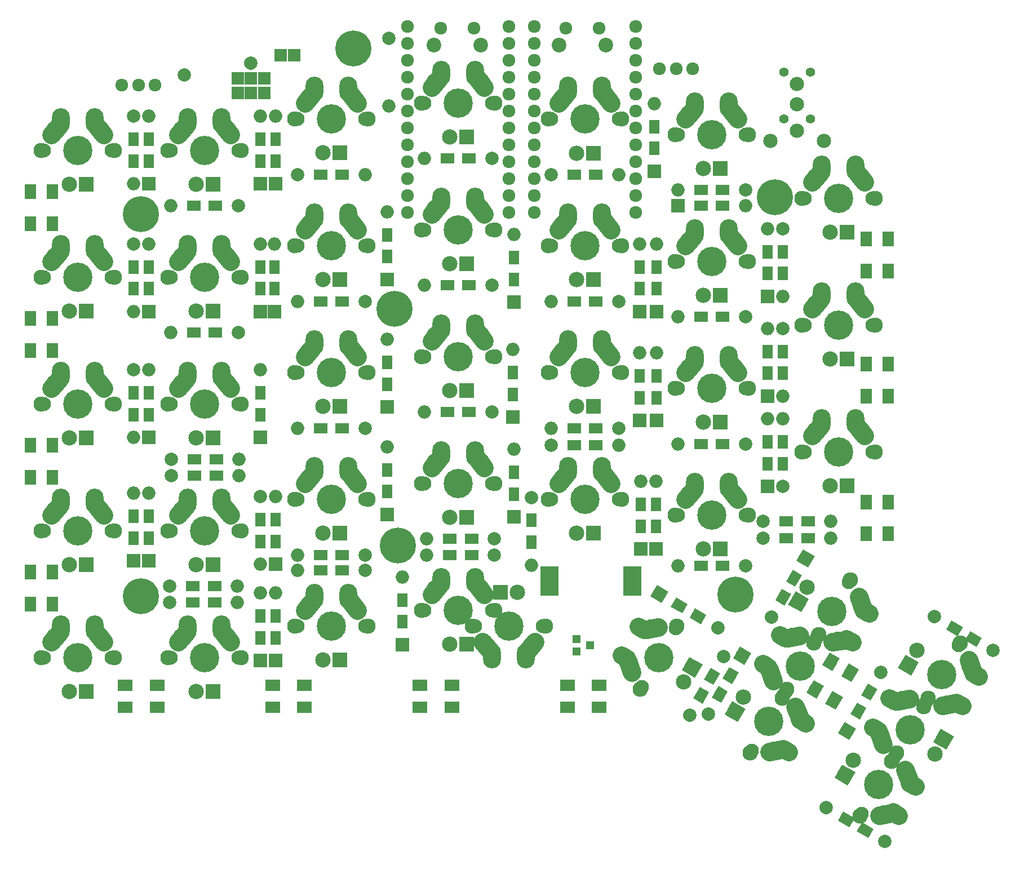
<source format=gts>
G04 #@! TF.GenerationSoftware,KiCad,Pcbnew,(5.0.0)*
G04 #@! TF.CreationDate,2018-08-02T22:48:22+09:00*
G04 #@! TF.ProjectId,ergodash,6572676F646173682E6B696361645F70,2.0*
G04 #@! TF.SameCoordinates,Original*
G04 #@! TF.FileFunction,Soldermask,Top*
G04 #@! TF.FilePolarity,Negative*
%FSLAX46Y46*%
G04 Gerber Fmt 4.6, Leading zero omitted, Abs format (unit mm)*
G04 Created by KiCad (PCBNEW (5.0.0)) date 08/02/18 22:48:22*
%MOMM*%
%LPD*%
G01*
G04 APERTURE LIST*
%ADD10O,2.000000X2.000000*%
%ADD11C,2.000000*%
%ADD12C,2.000000*%
%ADD13C,4.400000*%
%ADD14C,2.300000*%
%ADD15C,2.800000*%
%ADD16C,2.800000*%
%ADD17C,2.700000*%
%ADD18C,2.700000*%
%ADD19C,2.100000*%
%ADD20R,1.600000X2.000000*%
%ADD21O,2.700000X3.737000*%
%ADD22R,2.800000X4.400000*%
%ADD23C,2.200000*%
%ADD24C,1.924000*%
%ADD25C,5.400000*%
%ADD26R,1.924000X1.924000*%
%ADD27C,1.390600*%
%ADD28C,2.152600*%
%ADD29R,2.000000X1.600000*%
%ADD30C,1.600000*%
%ADD31C,0.100000*%
%ADD32C,2.305000*%
%ADD33R,2.305000X2.305000*%
%ADD34R,1.300000X1.200000*%
%ADD35R,2.000000X2.000000*%
%ADD36R,1.800000X2.200000*%
%ADD37R,2.200000X1.800000*%
%ADD38C,1.800000*%
G04 APERTURE END LIST*
D10*
G04 #@! TO.C,R2*
X133731000Y-51308000D03*
D11*
X133731000Y-41148000D03*
G04 #@! TD*
G04 #@! TO.C,R1*
X113002647Y-44844735D03*
D12*
X113002647Y-44844735D02*
X113002647Y-44844735D01*
D11*
X102997000Y-46609000D03*
G04 #@! TD*
D13*
G04 #@! TO.C,SW34*
X174292000Y-134175250D03*
D14*
X171542000Y-138938390D03*
X177042000Y-129412110D03*
D15*
X169947881Y-135547022D03*
D16*
X170255699Y-136392745D02*
X169640063Y-134701299D01*
D15*
X173307930Y-129727247D03*
D16*
X172421603Y-129883530D02*
X174194257Y-129570964D01*
D17*
X171654886Y-129742866D03*
D18*
X171205852Y-129483616D02*
X172103920Y-130002116D01*
D17*
X169134886Y-134107634D03*
D18*
X168685852Y-133848384D02*
X169583920Y-134366884D01*
D19*
X176832000Y-129775841D03*
X171752000Y-138574659D03*
G04 #@! TD*
D20*
G04 #@! TO.C,R13*
X155194000Y-116798000D03*
D11*
X155194000Y-110088000D03*
D10*
X155194000Y-120248000D03*
D20*
X155194000Y-113538000D03*
G04 #@! TD*
D13*
G04 #@! TO.C,SW38*
X151765000Y-129413000D03*
D14*
X157265000Y-129413000D03*
X146265000Y-129413000D03*
D15*
X155125049Y-132489231D03*
D16*
X155703558Y-131799791D02*
X154546540Y-133178671D01*
D15*
X148404951Y-132489231D03*
D16*
X148983460Y-133178671D02*
X147826442Y-131799791D01*
D21*
X149245000Y-133913000D03*
X154285000Y-133913000D03*
D19*
X146685000Y-129413000D03*
X156845000Y-129413000D03*
G04 #@! TD*
D22*
G04 #@! TO.C,M1*
X170284000Y-122682000D03*
X157884000Y-122682000D03*
G04 #@! TD*
D23*
G04 #@! TO.C,SW29*
X166314000Y-42124000D03*
X159314000Y-42124000D03*
D24*
X165314000Y-39624000D03*
X160314000Y-39624000D03*
G04 #@! TD*
D23*
G04 #@! TO.C,SW37*
X140518000Y-42124000D03*
X147518000Y-42124000D03*
D24*
X141518000Y-39624000D03*
X146518000Y-39624000D03*
G04 #@! TD*
D13*
G04 #@! TO.C,SW33*
X144145000Y-127031750D03*
D14*
X149645000Y-127031750D03*
X138645000Y-127031750D03*
D15*
X147505049Y-123955519D03*
D16*
X148083558Y-124644959D02*
X146926540Y-123266079D01*
D15*
X140784951Y-123955519D03*
D16*
X141363460Y-123266079D02*
X140206442Y-124644959D01*
D21*
X141625000Y-122531750D03*
X146665000Y-122531750D03*
D19*
X139065000Y-127031750D03*
X149225000Y-127031750D03*
G04 #@! TD*
D13*
G04 #@! TO.C,SW12*
X125095000Y-110363000D03*
D14*
X119595000Y-110363000D03*
X130595000Y-110363000D03*
D15*
X121734951Y-107286769D03*
D16*
X121156442Y-107976209D02*
X122313460Y-106597329D01*
D15*
X128455049Y-107286769D03*
D16*
X127876540Y-106597329D02*
X129033558Y-107976209D01*
D21*
X127615000Y-105863000D03*
X122575000Y-105863000D03*
D19*
X130175000Y-110363000D03*
X120015000Y-110363000D03*
G04 #@! TD*
D13*
G04 #@! TO.C,SW11*
X125095000Y-91313000D03*
D14*
X119595000Y-91313000D03*
X130595000Y-91313000D03*
D15*
X121734951Y-88236769D03*
D16*
X121156442Y-88926209D02*
X122313460Y-87547329D01*
D15*
X128455049Y-88236769D03*
D16*
X127876540Y-87547329D02*
X129033558Y-88926209D01*
D21*
X127615000Y-86813000D03*
X122575000Y-86813000D03*
D19*
X130175000Y-91313000D03*
X120015000Y-91313000D03*
G04 #@! TD*
D13*
G04 #@! TO.C,SW4*
X86995000Y-115125500D03*
D14*
X92495000Y-115125500D03*
X81495000Y-115125500D03*
D15*
X90355049Y-112049269D03*
D16*
X90933558Y-112738709D02*
X89776540Y-111359829D01*
D15*
X83634951Y-112049269D03*
D16*
X84213460Y-111359829D02*
X83056442Y-112738709D01*
D21*
X84475000Y-110625500D03*
X89515000Y-110625500D03*
D19*
X81915000Y-115125500D03*
X92075000Y-115125500D03*
G04 #@! TD*
D13*
G04 #@! TO.C,SW1*
X86995000Y-57975500D03*
D14*
X92495000Y-57975500D03*
X81495000Y-57975500D03*
D15*
X90355049Y-54899269D03*
D16*
X90933558Y-55588709D02*
X89776540Y-54209829D01*
D15*
X83634951Y-54899269D03*
D16*
X84213460Y-54209829D02*
X83056442Y-55588709D01*
D21*
X84475000Y-53475500D03*
X89515000Y-53475500D03*
D19*
X81915000Y-57975500D03*
X92075000Y-57975500D03*
G04 #@! TD*
D13*
G04 #@! TO.C,SW21*
X182245000Y-55594250D03*
D14*
X176745000Y-55594250D03*
X187745000Y-55594250D03*
D15*
X178884951Y-52518019D03*
D16*
X178306442Y-53207459D02*
X179463460Y-51828579D01*
D15*
X185605049Y-52518019D03*
D16*
X185026540Y-51828579D02*
X186183558Y-53207459D01*
D21*
X184765000Y-51094250D03*
X179725000Y-51094250D03*
D19*
X187325000Y-55594250D03*
X177165000Y-55594250D03*
G04 #@! TD*
D24*
G04 #@! TO.C,U6*
X170815000Y-39370000D03*
X170815000Y-41910000D03*
X170815000Y-44450000D03*
X170815000Y-46990000D03*
X170815000Y-49530000D03*
X170815000Y-52070000D03*
X170815000Y-54610000D03*
X170815000Y-57150000D03*
X170815000Y-59690000D03*
X170815000Y-62230000D03*
X170815000Y-64770000D03*
X170815000Y-67310000D03*
X155575000Y-67310000D03*
X155575000Y-64770000D03*
X155575000Y-62230000D03*
X155575000Y-59690000D03*
X155575000Y-57150000D03*
X155575000Y-54610000D03*
X155575000Y-52070000D03*
X155575000Y-49530000D03*
X155575000Y-46990000D03*
X155575000Y-44450000D03*
X155575000Y-41910000D03*
X155575000Y-39370000D03*
G04 #@! TD*
D25*
G04 #@! TO.C,U1*
X134620000Y-81788000D03*
G04 #@! TD*
G04 #@! TO.C,U2*
X191770000Y-65024000D03*
G04 #@! TD*
G04 #@! TO.C,U4*
X185801000Y-124714000D03*
G04 #@! TD*
G04 #@! TO.C,U5*
X96520000Y-67564000D03*
G04 #@! TD*
G04 #@! TO.C,U7*
X96520000Y-124968000D03*
G04 #@! TD*
D26*
G04 #@! TO.C,W1*
X119491000Y-43688000D03*
X117491000Y-43688000D03*
G04 #@! TD*
D27*
G04 #@! TO.C,J1*
X197072000Y-46204000D03*
X193072000Y-46204000D03*
D28*
X195072000Y-51004000D03*
X191072000Y-56504000D03*
X195072000Y-55004000D03*
X199072000Y-56504000D03*
X195072000Y-48004000D03*
D27*
X193072000Y-53204000D03*
X197072000Y-53204000D03*
G04 #@! TD*
D24*
G04 #@! TO.C,J2*
X96139000Y-48133000D03*
X93639000Y-48133000D03*
X98639000Y-48133000D03*
G04 #@! TD*
G04 #@! TO.C,J3*
X176911000Y-45720000D03*
X174411000Y-45720000D03*
X179411000Y-45720000D03*
G04 #@! TD*
D25*
G04 #@! TO.C,U8*
X135128000Y-117348000D03*
G04 #@! TD*
D20*
G04 #@! TO.C,R3*
X95377000Y-59542000D03*
D11*
X95377000Y-52832000D03*
D10*
X95377000Y-62992000D03*
D20*
X95377000Y-56282000D03*
G04 #@! TD*
D29*
G04 #@! TO.C,R4*
X104415000Y-66294000D03*
D11*
X111125000Y-66294000D03*
D10*
X100965000Y-66294000D03*
D29*
X107675000Y-66294000D03*
G04 #@! TD*
G04 #@! TO.C,R5*
X126725000Y-61595000D03*
D11*
X120015000Y-61595000D03*
D10*
X130175000Y-61595000D03*
D29*
X123465000Y-61595000D03*
G04 #@! TD*
G04 #@! TO.C,R6*
X142515000Y-59182000D03*
D11*
X149225000Y-59182000D03*
D10*
X139065000Y-59182000D03*
D29*
X145775000Y-59182000D03*
G04 #@! TD*
G04 #@! TO.C,R7*
X164825000Y-61595000D03*
D11*
X158115000Y-61595000D03*
D10*
X168275000Y-61595000D03*
D29*
X161565000Y-61595000D03*
G04 #@! TD*
G04 #@! TO.C,R8*
X180615000Y-63881000D03*
D11*
X187325000Y-63881000D03*
D10*
X177165000Y-63881000D03*
D29*
X183875000Y-63881000D03*
G04 #@! TD*
D20*
G04 #@! TO.C,R9*
X192913000Y-76433000D03*
D11*
X192913000Y-69723000D03*
D10*
X192913000Y-79883000D03*
D20*
X192913000Y-73173000D03*
G04 #@! TD*
G04 #@! TO.C,R10*
X95377000Y-78719000D03*
D11*
X95377000Y-72009000D03*
D10*
X95377000Y-82169000D03*
D20*
X95377000Y-75459000D03*
G04 #@! TD*
D29*
G04 #@! TO.C,R11*
X104415000Y-85344000D03*
D11*
X111125000Y-85344000D03*
D10*
X100965000Y-85344000D03*
D29*
X107675000Y-85344000D03*
G04 #@! TD*
G04 #@! TO.C,R12*
X123465000Y-80645000D03*
D11*
X130175000Y-80645000D03*
D10*
X120015000Y-80645000D03*
D29*
X126725000Y-80645000D03*
G04 #@! TD*
G04 #@! TO.C,R15*
X142515000Y-78232000D03*
D11*
X149225000Y-78232000D03*
D10*
X139065000Y-78232000D03*
D29*
X145775000Y-78232000D03*
G04 #@! TD*
G04 #@! TO.C,R16*
X161565000Y-80645000D03*
D11*
X168275000Y-80645000D03*
D10*
X158115000Y-80645000D03*
D29*
X164825000Y-80645000D03*
G04 #@! TD*
G04 #@! TO.C,R17*
X180615000Y-82931000D03*
D11*
X187325000Y-82931000D03*
D10*
X177165000Y-82931000D03*
D29*
X183875000Y-82931000D03*
G04 #@! TD*
D20*
G04 #@! TO.C,R18*
X192913000Y-91419000D03*
D11*
X192913000Y-84709000D03*
D10*
X192913000Y-94869000D03*
D20*
X192913000Y-88159000D03*
G04 #@! TD*
G04 #@! TO.C,R19*
X95377000Y-97642000D03*
D11*
X95377000Y-90932000D03*
D10*
X95377000Y-101092000D03*
D20*
X95377000Y-94382000D03*
G04 #@! TD*
D29*
G04 #@! TO.C,R20*
X107802000Y-104394000D03*
D11*
X101092000Y-104394000D03*
D10*
X111252000Y-104394000D03*
D29*
X104542000Y-104394000D03*
G04 #@! TD*
G04 #@! TO.C,R21*
X123465000Y-99695000D03*
D11*
X130175000Y-99695000D03*
D10*
X120015000Y-99695000D03*
D29*
X126725000Y-99695000D03*
G04 #@! TD*
G04 #@! TO.C,R22*
X142515000Y-97282000D03*
D11*
X149225000Y-97282000D03*
D10*
X139065000Y-97282000D03*
D29*
X145775000Y-97282000D03*
G04 #@! TD*
G04 #@! TO.C,R23*
X161565000Y-99695000D03*
D11*
X168275000Y-99695000D03*
D10*
X158115000Y-99695000D03*
D29*
X164825000Y-99695000D03*
G04 #@! TD*
G04 #@! TO.C,R24*
X180615000Y-102108000D03*
D11*
X187325000Y-102108000D03*
D10*
X177165000Y-102108000D03*
D29*
X183875000Y-102108000D03*
G04 #@! TD*
D20*
G04 #@! TO.C,R25*
X192913000Y-101748000D03*
D11*
X192913000Y-108458000D03*
D10*
X192913000Y-98298000D03*
D20*
X192913000Y-105008000D03*
G04 #@! TD*
D29*
G04 #@! TO.C,R26*
X107802000Y-106807000D03*
D11*
X101092000Y-106807000D03*
D10*
X111252000Y-106807000D03*
D29*
X104542000Y-106807000D03*
G04 #@! TD*
D20*
G04 #@! TO.C,R27*
X114427000Y-116692000D03*
D11*
X114427000Y-109982000D03*
D10*
X114427000Y-120142000D03*
D20*
X114427000Y-113432000D03*
G04 #@! TD*
D29*
G04 #@! TO.C,R28*
X123465000Y-118745000D03*
D11*
X130175000Y-118745000D03*
D10*
X120015000Y-118745000D03*
D29*
X126725000Y-118745000D03*
G04 #@! TD*
G04 #@! TO.C,R29*
X142896000Y-116332000D03*
D11*
X149606000Y-116332000D03*
D10*
X139446000Y-116332000D03*
D29*
X146156000Y-116332000D03*
G04 #@! TD*
G04 #@! TO.C,R30*
X164825000Y-102235000D03*
D11*
X158115000Y-102235000D03*
D10*
X168275000Y-102235000D03*
D29*
X161565000Y-102235000D03*
G04 #@! TD*
G04 #@! TO.C,R31*
X180615000Y-120396000D03*
D11*
X187325000Y-120396000D03*
D10*
X177165000Y-120396000D03*
D29*
X183875000Y-120396000D03*
G04 #@! TD*
D30*
G04 #@! TO.C,R32*
X180668000Y-139796030D03*
D31*
G36*
X180475180Y-138530005D02*
X181860820Y-139330005D01*
X180860820Y-141062055D01*
X179475180Y-140262055D01*
X180475180Y-138530005D01*
X180475180Y-138530005D01*
G37*
D11*
X184023000Y-133985000D03*
X178943000Y-142783818D03*
D12*
X178943000Y-142783818D02*
X178943000Y-142783818D01*
D30*
X182298000Y-136972788D03*
D31*
G36*
X182105180Y-135706763D02*
X183490820Y-136506763D01*
X182490820Y-138238813D01*
X181105180Y-137438813D01*
X182105180Y-135706763D01*
X182105180Y-135706763D01*
G37*
G04 #@! TD*
D29*
G04 #@! TO.C,R33*
X107548000Y-123444000D03*
D11*
X100838000Y-123444000D03*
D10*
X110998000Y-123444000D03*
D29*
X104288000Y-123444000D03*
G04 #@! TD*
G04 #@! TO.C,R34*
X107548000Y-125857000D03*
D11*
X100838000Y-125857000D03*
D10*
X110998000Y-125857000D03*
D29*
X104288000Y-125857000D03*
G04 #@! TD*
G04 #@! TO.C,R35*
X123465000Y-121031000D03*
D11*
X130175000Y-121031000D03*
D10*
X120015000Y-121031000D03*
D29*
X126725000Y-121031000D03*
G04 #@! TD*
G04 #@! TO.C,R36*
X142896000Y-118745000D03*
D11*
X149606000Y-118745000D03*
D10*
X139446000Y-118745000D03*
D29*
X146156000Y-118745000D03*
G04 #@! TD*
D25*
G04 #@! TO.C,U9*
X128397000Y-42672000D03*
G04 #@! TD*
D32*
G04 #@! TO.C,D35*
X85725000Y-63055500D03*
D33*
X88265000Y-63055500D03*
G04 #@! TD*
D32*
G04 #@! TO.C,D36*
X104775000Y-63055500D03*
D33*
X107315000Y-63055500D03*
G04 #@! TD*
D32*
G04 #@! TO.C,D37*
X123825000Y-58293000D03*
D33*
X126365000Y-58293000D03*
G04 #@! TD*
D32*
G04 #@! TO.C,D38*
X142875000Y-55911750D03*
D33*
X145415000Y-55911750D03*
G04 #@! TD*
D32*
G04 #@! TO.C,D39*
X161925000Y-58420000D03*
D33*
X164465000Y-58420000D03*
G04 #@! TD*
D32*
G04 #@! TO.C,D40*
X180975000Y-60674250D03*
D33*
X183515000Y-60674250D03*
G04 #@! TD*
D32*
G04 #@! TO.C,D41*
X200025000Y-70199250D03*
D33*
X202565000Y-70199250D03*
G04 #@! TD*
D32*
G04 #@! TO.C,D42*
X85725000Y-82105500D03*
D33*
X88265000Y-82105500D03*
G04 #@! TD*
D32*
G04 #@! TO.C,D43*
X104775000Y-82105500D03*
D33*
X107315000Y-82105500D03*
G04 #@! TD*
D32*
G04 #@! TO.C,D44*
X123825000Y-77343000D03*
D33*
X126365000Y-77343000D03*
G04 #@! TD*
D32*
G04 #@! TO.C,D45*
X142875000Y-74961750D03*
D33*
X145415000Y-74961750D03*
G04 #@! TD*
D32*
G04 #@! TO.C,D46*
X161925000Y-77343000D03*
D33*
X164465000Y-77343000D03*
G04 #@! TD*
D32*
G04 #@! TO.C,D47*
X180975000Y-79724250D03*
D33*
X183515000Y-79724250D03*
G04 #@! TD*
D32*
G04 #@! TO.C,D48*
X200025000Y-89249250D03*
D33*
X202565000Y-89249250D03*
G04 #@! TD*
D32*
G04 #@! TO.C,D49*
X85725000Y-101155500D03*
D33*
X88265000Y-101155500D03*
G04 #@! TD*
D32*
G04 #@! TO.C,D50*
X104775000Y-101155500D03*
D33*
X107315000Y-101155500D03*
G04 #@! TD*
D32*
G04 #@! TO.C,D51*
X123825000Y-96393000D03*
D33*
X126365000Y-96393000D03*
G04 #@! TD*
D32*
G04 #@! TO.C,D52*
X142875000Y-94011750D03*
D33*
X145415000Y-94011750D03*
G04 #@! TD*
D32*
G04 #@! TO.C,D53*
X161925000Y-96393000D03*
D33*
X164465000Y-96393000D03*
G04 #@! TD*
D32*
G04 #@! TO.C,D54*
X180975000Y-98774250D03*
D33*
X183515000Y-98774250D03*
G04 #@! TD*
D32*
G04 #@! TO.C,D55*
X200025000Y-108299250D03*
D33*
X202565000Y-108299250D03*
G04 #@! TD*
D32*
G04 #@! TO.C,D56*
X85725000Y-120205500D03*
D33*
X88265000Y-120205500D03*
G04 #@! TD*
D32*
G04 #@! TO.C,D57*
X104775000Y-120205500D03*
D33*
X107315000Y-120205500D03*
G04 #@! TD*
D32*
G04 #@! TO.C,D58*
X123825000Y-115443000D03*
D33*
X126365000Y-115443000D03*
G04 #@! TD*
D32*
G04 #@! TO.C,D59*
X142875000Y-113061750D03*
D33*
X145415000Y-113061750D03*
G04 #@! TD*
D32*
G04 #@! TO.C,D60*
X161925000Y-115443000D03*
D33*
X164465000Y-115443000D03*
G04 #@! TD*
D32*
G04 #@! TO.C,D61*
X180975000Y-117824250D03*
D33*
X183515000Y-117824250D03*
G04 #@! TD*
D32*
G04 #@! TO.C,D62*
X178056409Y-137815102D03*
X179326409Y-135615398D03*
D31*
G36*
X179748253Y-137189742D02*
X177752065Y-136037242D01*
X178904565Y-134041054D01*
X180900753Y-135193554D01*
X179748253Y-137189742D01*
X179748253Y-137189742D01*
G37*
G04 #@! TD*
D32*
G04 #@! TO.C,D63*
X85725000Y-139255500D03*
D33*
X88265000Y-139255500D03*
G04 #@! TD*
D32*
G04 #@! TO.C,D64*
X104775000Y-139255500D03*
D33*
X107315000Y-139255500D03*
G04 #@! TD*
D32*
G04 #@! TO.C,D65*
X123825000Y-134493000D03*
D33*
X126365000Y-134493000D03*
G04 #@! TD*
D32*
G04 #@! TO.C,D66*
X142875000Y-132111750D03*
D33*
X145415000Y-132111750D03*
G04 #@! TD*
D24*
G04 #@! TO.C,U3*
X136525000Y-39370000D03*
X136525000Y-41910000D03*
X136525000Y-44450000D03*
X136525000Y-46990000D03*
X136525000Y-49530000D03*
X136525000Y-52070000D03*
X136525000Y-54610000D03*
X136525000Y-57150000D03*
X136525000Y-59690000D03*
X136525000Y-62230000D03*
X136525000Y-64770000D03*
X136525000Y-67310000D03*
X151765000Y-67310000D03*
X151765000Y-64770000D03*
X151765000Y-62230000D03*
X151765000Y-59690000D03*
X151765000Y-57150000D03*
X151765000Y-54610000D03*
X151765000Y-52070000D03*
X151765000Y-49530000D03*
X151765000Y-46990000D03*
X151765000Y-44450000D03*
X151765000Y-41910000D03*
X151765000Y-39370000D03*
G04 #@! TD*
D32*
G04 #@! TO.C,D67*
X153035000Y-124333000D03*
D33*
X150495000Y-124333000D03*
G04 #@! TD*
D30*
G04 #@! TO.C,D68*
X205920000Y-139349970D03*
D31*
G36*
X206112820Y-140615995D02*
X204727180Y-139815995D01*
X205727180Y-138083945D01*
X207112820Y-138883945D01*
X206112820Y-140615995D01*
X206112820Y-140615995D01*
G37*
D11*
X202565000Y-145161000D03*
D31*
G36*
X202931025Y-146527025D02*
X201198975Y-145527025D01*
X202198975Y-143794975D01*
X203931025Y-144794975D01*
X202931025Y-146527025D01*
X202931025Y-146527025D01*
G37*
D11*
X207645000Y-136362182D03*
D12*
X207645000Y-136362182D02*
X207645000Y-136362182D01*
D30*
X204290000Y-142173212D03*
D31*
G36*
X204482820Y-143439237D02*
X203097180Y-142639237D01*
X204097180Y-140907187D01*
X205482820Y-141707187D01*
X204482820Y-143439237D01*
X204482820Y-143439237D01*
G37*
G04 #@! TD*
D34*
G04 #@! TO.C,Q1*
X161957000Y-131323000D03*
X161957000Y-133223000D03*
X163957000Y-132273000D03*
G04 #@! TD*
D13*
G04 #@! TO.C,SW2*
X86995000Y-77025500D03*
D14*
X92495000Y-77025500D03*
X81495000Y-77025500D03*
D15*
X90355049Y-73949269D03*
D16*
X90933558Y-74638709D02*
X89776540Y-73259829D01*
D15*
X83634951Y-73949269D03*
D16*
X84213460Y-73259829D02*
X83056442Y-74638709D01*
D21*
X84475000Y-72525500D03*
X89515000Y-72525500D03*
D19*
X81915000Y-77025500D03*
X92075000Y-77025500D03*
G04 #@! TD*
D13*
G04 #@! TO.C,SW3*
X86995000Y-96075500D03*
D14*
X92495000Y-96075500D03*
X81495000Y-96075500D03*
D15*
X90355049Y-92999269D03*
D16*
X90933558Y-93688709D02*
X89776540Y-92309829D01*
D15*
X83634951Y-92999269D03*
D16*
X84213460Y-92309829D02*
X83056442Y-93688709D01*
D21*
X84475000Y-91575500D03*
X89515000Y-91575500D03*
D19*
X81915000Y-96075500D03*
X92075000Y-96075500D03*
G04 #@! TD*
D13*
G04 #@! TO.C,SW5*
X106045000Y-57975500D03*
D14*
X100545000Y-57975500D03*
X111545000Y-57975500D03*
D15*
X102684951Y-54899269D03*
D16*
X102106442Y-55588709D02*
X103263460Y-54209829D01*
D15*
X109405049Y-54899269D03*
D16*
X108826540Y-54209829D02*
X109983558Y-55588709D01*
D21*
X108565000Y-53475500D03*
X103525000Y-53475500D03*
D19*
X111125000Y-57975500D03*
X100965000Y-57975500D03*
G04 #@! TD*
D13*
G04 #@! TO.C,SW6*
X106045000Y-77025500D03*
D14*
X100545000Y-77025500D03*
X111545000Y-77025500D03*
D15*
X102684951Y-73949269D03*
D16*
X102106442Y-74638709D02*
X103263460Y-73259829D01*
D15*
X109405049Y-73949269D03*
D16*
X108826540Y-73259829D02*
X109983558Y-74638709D01*
D21*
X108565000Y-72525500D03*
X103525000Y-72525500D03*
D19*
X111125000Y-77025500D03*
X100965000Y-77025500D03*
G04 #@! TD*
D13*
G04 #@! TO.C,SW7*
X106045000Y-96075500D03*
D14*
X100545000Y-96075500D03*
X111545000Y-96075500D03*
D15*
X102684951Y-92999269D03*
D16*
X102106442Y-93688709D02*
X103263460Y-92309829D01*
D15*
X109405049Y-92999269D03*
D16*
X108826540Y-92309829D02*
X109983558Y-93688709D01*
D21*
X108565000Y-91575500D03*
X103525000Y-91575500D03*
D19*
X111125000Y-96075500D03*
X100965000Y-96075500D03*
G04 #@! TD*
D13*
G04 #@! TO.C,SW8*
X106045000Y-115125500D03*
D14*
X100545000Y-115125500D03*
X111545000Y-115125500D03*
D15*
X102684951Y-112049269D03*
D16*
X102106442Y-112738709D02*
X103263460Y-111359829D01*
D15*
X109405049Y-112049269D03*
D16*
X108826540Y-111359829D02*
X109983558Y-112738709D01*
D21*
X108565000Y-110625500D03*
X103525000Y-110625500D03*
D19*
X111125000Y-115125500D03*
X100965000Y-115125500D03*
G04 #@! TD*
D13*
G04 #@! TO.C,SW9*
X125095000Y-53213000D03*
D14*
X130595000Y-53213000D03*
X119595000Y-53213000D03*
D15*
X128455049Y-50136769D03*
D16*
X129033558Y-50826209D02*
X127876540Y-49447329D01*
D15*
X121734951Y-50136769D03*
D16*
X122313460Y-49447329D02*
X121156442Y-50826209D01*
D21*
X122575000Y-48713000D03*
X127615000Y-48713000D03*
D19*
X120015000Y-53213000D03*
X130175000Y-53213000D03*
G04 #@! TD*
D13*
G04 #@! TO.C,SW10*
X125095000Y-72263000D03*
D14*
X130595000Y-72263000D03*
X119595000Y-72263000D03*
D15*
X128455049Y-69186769D03*
D16*
X129033558Y-69876209D02*
X127876540Y-68497329D01*
D15*
X121734951Y-69186769D03*
D16*
X122313460Y-68497329D02*
X121156442Y-69876209D01*
D21*
X122575000Y-67763000D03*
X127615000Y-67763000D03*
D19*
X120015000Y-72263000D03*
X130175000Y-72263000D03*
G04 #@! TD*
D13*
G04 #@! TO.C,SW13*
X144145000Y-50831750D03*
D14*
X138645000Y-50831750D03*
X149645000Y-50831750D03*
D15*
X140784951Y-47755519D03*
D16*
X140206442Y-48444959D02*
X141363460Y-47066079D01*
D15*
X147505049Y-47755519D03*
D16*
X146926540Y-47066079D02*
X148083558Y-48444959D01*
D21*
X146665000Y-46331750D03*
X141625000Y-46331750D03*
D19*
X149225000Y-50831750D03*
X139065000Y-50831750D03*
G04 #@! TD*
D13*
G04 #@! TO.C,SW14*
X144145000Y-69881750D03*
D14*
X138645000Y-69881750D03*
X149645000Y-69881750D03*
D15*
X140784951Y-66805519D03*
D16*
X140206442Y-67494959D02*
X141363460Y-66116079D01*
D15*
X147505049Y-66805519D03*
D16*
X146926540Y-66116079D02*
X148083558Y-67494959D01*
D21*
X146665000Y-65381750D03*
X141625000Y-65381750D03*
D19*
X149225000Y-69881750D03*
X139065000Y-69881750D03*
G04 #@! TD*
D13*
G04 #@! TO.C,SW15*
X144145000Y-88931750D03*
D14*
X138645000Y-88931750D03*
X149645000Y-88931750D03*
D15*
X140784951Y-85855519D03*
D16*
X140206442Y-86544959D02*
X141363460Y-85166079D01*
D15*
X147505049Y-85855519D03*
D16*
X146926540Y-85166079D02*
X148083558Y-86544959D01*
D21*
X146665000Y-84431750D03*
X141625000Y-84431750D03*
D19*
X149225000Y-88931750D03*
X139065000Y-88931750D03*
G04 #@! TD*
D13*
G04 #@! TO.C,SW16*
X144145000Y-107981750D03*
D14*
X138645000Y-107981750D03*
X149645000Y-107981750D03*
D15*
X140784951Y-104905519D03*
D16*
X140206442Y-105594959D02*
X141363460Y-104216079D01*
D15*
X147505049Y-104905519D03*
D16*
X146926540Y-104216079D02*
X148083558Y-105594959D01*
D21*
X146665000Y-103481750D03*
X141625000Y-103481750D03*
D19*
X149225000Y-107981750D03*
X139065000Y-107981750D03*
G04 #@! TD*
D13*
G04 #@! TO.C,SW17*
X163195000Y-53213000D03*
D14*
X157695000Y-53213000D03*
X168695000Y-53213000D03*
D15*
X159834951Y-50136769D03*
D16*
X159256442Y-50826209D02*
X160413460Y-49447329D01*
D15*
X166555049Y-50136769D03*
D16*
X165976540Y-49447329D02*
X167133558Y-50826209D01*
D21*
X165715000Y-48713000D03*
X160675000Y-48713000D03*
D19*
X168275000Y-53213000D03*
X158115000Y-53213000D03*
G04 #@! TD*
D13*
G04 #@! TO.C,SW18*
X163195000Y-72263000D03*
D14*
X157695000Y-72263000D03*
X168695000Y-72263000D03*
D15*
X159834951Y-69186769D03*
D16*
X159256442Y-69876209D02*
X160413460Y-68497329D01*
D15*
X166555049Y-69186769D03*
D16*
X165976540Y-68497329D02*
X167133558Y-69876209D01*
D21*
X165715000Y-67763000D03*
X160675000Y-67763000D03*
D19*
X168275000Y-72263000D03*
X158115000Y-72263000D03*
G04 #@! TD*
D13*
G04 #@! TO.C,SW19*
X163195000Y-91313000D03*
D14*
X157695000Y-91313000D03*
X168695000Y-91313000D03*
D15*
X159834951Y-88236769D03*
D16*
X159256442Y-88926209D02*
X160413460Y-87547329D01*
D15*
X166555049Y-88236769D03*
D16*
X165976540Y-87547329D02*
X167133558Y-88926209D01*
D21*
X165715000Y-86813000D03*
X160675000Y-86813000D03*
D19*
X168275000Y-91313000D03*
X158115000Y-91313000D03*
G04 #@! TD*
D13*
G04 #@! TO.C,SW20*
X163195000Y-110363000D03*
D14*
X157695000Y-110363000D03*
X168695000Y-110363000D03*
D15*
X159834951Y-107286769D03*
D16*
X159256442Y-107976209D02*
X160413460Y-106597329D01*
D15*
X166555049Y-107286769D03*
D16*
X165976540Y-106597329D02*
X167133558Y-107976209D01*
D21*
X165715000Y-105863000D03*
X160675000Y-105863000D03*
D19*
X168275000Y-110363000D03*
X158115000Y-110363000D03*
G04 #@! TD*
D13*
G04 #@! TO.C,SW22*
X182245000Y-74644250D03*
D14*
X187745000Y-74644250D03*
X176745000Y-74644250D03*
D15*
X185605049Y-71568019D03*
D16*
X186183558Y-72257459D02*
X185026540Y-70878579D01*
D15*
X178884951Y-71568019D03*
D16*
X179463460Y-70878579D02*
X178306442Y-72257459D01*
D21*
X179725000Y-70144250D03*
X184765000Y-70144250D03*
D19*
X177165000Y-74644250D03*
X187325000Y-74644250D03*
G04 #@! TD*
D13*
G04 #@! TO.C,SW23*
X182245000Y-93694250D03*
D14*
X187745000Y-93694250D03*
X176745000Y-93694250D03*
D15*
X185605049Y-90618019D03*
D16*
X186183558Y-91307459D02*
X185026540Y-89928579D01*
D15*
X178884951Y-90618019D03*
D16*
X179463460Y-89928579D02*
X178306442Y-91307459D01*
D21*
X179725000Y-89194250D03*
X184765000Y-89194250D03*
D19*
X177165000Y-93694250D03*
X187325000Y-93694250D03*
G04 #@! TD*
D13*
G04 #@! TO.C,SW24*
X182245000Y-112744250D03*
D14*
X187745000Y-112744250D03*
X176745000Y-112744250D03*
D15*
X185605049Y-109668019D03*
D16*
X186183558Y-110357459D02*
X185026540Y-108978579D01*
D15*
X178884951Y-109668019D03*
D16*
X179463460Y-108978579D02*
X178306442Y-110357459D01*
D21*
X179725000Y-108244250D03*
X184765000Y-108244250D03*
D19*
X177165000Y-112744250D03*
X187325000Y-112744250D03*
G04 #@! TD*
D13*
G04 #@! TO.C,SW25*
X201295000Y-65119250D03*
D14*
X195795000Y-65119250D03*
X206795000Y-65119250D03*
D15*
X197934951Y-62043019D03*
D16*
X197356442Y-62732459D02*
X198513460Y-61353579D01*
D15*
X204655049Y-62043019D03*
D16*
X204076540Y-61353579D02*
X205233558Y-62732459D01*
D21*
X203815000Y-60619250D03*
X198775000Y-60619250D03*
D19*
X206375000Y-65119250D03*
X196215000Y-65119250D03*
G04 #@! TD*
D13*
G04 #@! TO.C,SW26*
X201295000Y-84169250D03*
D14*
X195795000Y-84169250D03*
X206795000Y-84169250D03*
D15*
X197934951Y-81093019D03*
D16*
X197356442Y-81782459D02*
X198513460Y-80403579D01*
D15*
X204655049Y-81093019D03*
D16*
X204076540Y-80403579D02*
X205233558Y-81782459D01*
D21*
X203815000Y-79669250D03*
X198775000Y-79669250D03*
D19*
X206375000Y-84169250D03*
X196215000Y-84169250D03*
G04 #@! TD*
D13*
G04 #@! TO.C,SW27*
X201295000Y-103219250D03*
D14*
X195795000Y-103219250D03*
X206795000Y-103219250D03*
D15*
X197934951Y-100143019D03*
D16*
X197356442Y-100832459D02*
X198513460Y-99453579D01*
D15*
X204655049Y-100143019D03*
D16*
X204076540Y-99453579D02*
X205233558Y-100832459D01*
D21*
X203815000Y-98719250D03*
X198775000Y-98719250D03*
D19*
X206375000Y-103219250D03*
X196215000Y-103219250D03*
G04 #@! TD*
D13*
G04 #@! TO.C,SW28*
X200315000Y-127202300D03*
D14*
X203065000Y-122439160D03*
X197565000Y-131965440D03*
D15*
X204659119Y-125830528D03*
D16*
X204351301Y-124984805D02*
X204966937Y-126676251D01*
D15*
X201299070Y-131650303D03*
D16*
X202185397Y-131494020D02*
X200412743Y-131806586D01*
D17*
X202952114Y-131634684D03*
D18*
X203401148Y-131893934D02*
X202503080Y-131375434D01*
D17*
X205472114Y-127269916D03*
D18*
X205921148Y-127529166D02*
X205023080Y-127010666D01*
D19*
X197775000Y-131601709D03*
X202855000Y-122802891D03*
G04 #@! TD*
D13*
G04 #@! TO.C,SW30*
X86995000Y-134175500D03*
D14*
X92495000Y-134175500D03*
X81495000Y-134175500D03*
D15*
X90355049Y-131099269D03*
D16*
X90933558Y-131788709D02*
X89776540Y-130409829D01*
D15*
X83634951Y-131099269D03*
D16*
X84213460Y-130409829D02*
X83056442Y-131788709D01*
D21*
X84475000Y-129675500D03*
X89515000Y-129675500D03*
D19*
X81915000Y-134175500D03*
X92075000Y-134175500D03*
G04 #@! TD*
D13*
G04 #@! TO.C,SW31*
X106045000Y-134175500D03*
D14*
X100545000Y-134175500D03*
X111545000Y-134175500D03*
D15*
X102684951Y-131099269D03*
D16*
X102106442Y-131788709D02*
X103263460Y-130409829D01*
D15*
X109405049Y-131099269D03*
D16*
X108826540Y-130409829D02*
X109983558Y-131788709D01*
D21*
X108565000Y-129675500D03*
X103525000Y-129675500D03*
D19*
X111125000Y-134175500D03*
X100965000Y-134175500D03*
G04 #@! TD*
D13*
G04 #@! TO.C,SW32*
X125095000Y-129413000D03*
D14*
X130595000Y-129413000D03*
X119595000Y-129413000D03*
D15*
X128455049Y-126336769D03*
D16*
X129033558Y-127026209D02*
X127876540Y-125647329D01*
D15*
X121734951Y-126336769D03*
D16*
X122313460Y-125647329D02*
X121156442Y-127026209D01*
D21*
X122575000Y-124913000D03*
X127615000Y-124913000D03*
D19*
X120015000Y-129413000D03*
X130175000Y-129413000D03*
G04 #@! TD*
D13*
G04 #@! TO.C,SW35*
X190790000Y-143700300D03*
D14*
X193540000Y-138937160D03*
X188040000Y-148463440D03*
D15*
X195134119Y-142328528D03*
D16*
X194826301Y-141482805D02*
X195441937Y-143174251D01*
D15*
X191774070Y-148148303D03*
D16*
X192660397Y-147992020D02*
X190887743Y-148304586D01*
D17*
X193427114Y-148132684D03*
D18*
X193876148Y-148391934D02*
X192978080Y-147873434D01*
D17*
X195947114Y-143767916D03*
D18*
X196396148Y-144027166D02*
X195498080Y-143508666D01*
D19*
X188250000Y-148099709D03*
X193330000Y-139300891D03*
G04 #@! TD*
D13*
G04 #@! TO.C,SW36*
X195552500Y-135451250D03*
D14*
X192802500Y-140214390D03*
X198302500Y-130688110D03*
D15*
X191208381Y-136823022D03*
D16*
X191516199Y-137668745D02*
X190900563Y-135977299D01*
D15*
X194568430Y-131003247D03*
D16*
X193682103Y-131159530D02*
X195454757Y-130846964D01*
D17*
X192915386Y-131018866D03*
D18*
X192466352Y-130759616D02*
X193364420Y-131278116D01*
D17*
X190395386Y-135383634D03*
D18*
X189946352Y-135124384D02*
X190844420Y-135642884D01*
D19*
X198092500Y-131051841D03*
X193012500Y-139850659D03*
G04 #@! TD*
D13*
G04 #@! TO.C,SW39*
X216813000Y-136727350D03*
D14*
X219563000Y-131964210D03*
X214063000Y-141490490D03*
D15*
X221157119Y-135355578D03*
D16*
X220849301Y-134509855D02*
X221464937Y-136201301D01*
D15*
X217797070Y-141175353D03*
D16*
X218683397Y-141019070D02*
X216910743Y-141331636D01*
D17*
X219450114Y-141159734D03*
D18*
X219899148Y-141418984D02*
X219001080Y-140900484D01*
D17*
X221970114Y-136794966D03*
D18*
X222419148Y-137054216D02*
X221521080Y-136535716D01*
D19*
X214273000Y-141126759D03*
X219353000Y-132327941D03*
G04 #@! TD*
D13*
G04 #@! TO.C,SW40*
X212050500Y-144976300D03*
D14*
X209300500Y-149739440D03*
X214800500Y-140213160D03*
D15*
X207706381Y-146348072D03*
D16*
X208014199Y-147193795D02*
X207398563Y-145502349D01*
D15*
X211066430Y-140528297D03*
D16*
X210180103Y-140684580D02*
X211952757Y-140372014D01*
D17*
X209413386Y-140543916D03*
D18*
X208964352Y-140284666D02*
X209862420Y-140803166D01*
D17*
X206893386Y-144908684D03*
D18*
X206444352Y-144649434D02*
X207342420Y-145167934D01*
D19*
X214590500Y-140576891D03*
X209510500Y-149375709D03*
G04 #@! TD*
D13*
G04 #@! TO.C,SW41*
X207288000Y-153225350D03*
D14*
X210038000Y-148462210D03*
X204538000Y-157988490D03*
D15*
X211632119Y-151853578D03*
D16*
X211324301Y-151007855D02*
X211939937Y-152699301D01*
D15*
X208272070Y-157673353D03*
D16*
X209158397Y-157517070D02*
X207385743Y-157829636D01*
D17*
X209925114Y-157657734D03*
D18*
X210374148Y-157916984D02*
X209476080Y-157398484D01*
D17*
X212445114Y-153292966D03*
D18*
X212894148Y-153552216D02*
X211996080Y-153033716D01*
D19*
X204748000Y-157624759D03*
X209828000Y-148825941D03*
G04 #@! TD*
D26*
G04 #@! TO.C,J4*
X115030000Y-47159000D03*
X113030000Y-47159000D03*
X111030000Y-47159000D03*
G04 #@! TD*
G04 #@! TO.C,J5*
X115030000Y-49318000D03*
X113030000Y-49318000D03*
X111030000Y-49318000D03*
G04 #@! TD*
D32*
G04 #@! TO.C,D69*
X196550591Y-123562448D03*
X195280591Y-125762152D03*
D31*
G36*
X194858747Y-124187808D02*
X196854935Y-125340308D01*
X195702435Y-127336496D01*
X193706247Y-126183996D01*
X194858747Y-124187808D01*
X194858747Y-124187808D01*
G37*
G04 #@! TD*
D32*
G04 #@! TO.C,D70*
X213048591Y-133087498D03*
X211778591Y-135287202D03*
D31*
G36*
X211356747Y-133712858D02*
X213352935Y-134865358D01*
X212200435Y-136861546D01*
X210204247Y-135709046D01*
X211356747Y-133712858D01*
X211356747Y-133712858D01*
G37*
G04 #@! TD*
D32*
G04 #@! TO.C,D71*
X187025591Y-140060448D03*
X185755591Y-142260152D03*
D31*
G36*
X185333747Y-140685808D02*
X187329935Y-141838308D01*
X186177435Y-143834496D01*
X184181247Y-142681996D01*
X185333747Y-140685808D01*
X185333747Y-140685808D01*
G37*
G04 #@! TD*
D32*
G04 #@! TO.C,D72*
X203523591Y-149585498D03*
X202253591Y-151785202D03*
D31*
G36*
X201831747Y-150210858D02*
X203827935Y-151363358D01*
X202675435Y-153359546D01*
X200679247Y-152207046D01*
X201831747Y-150210858D01*
X201831747Y-150210858D01*
G37*
G04 #@! TD*
D29*
G04 #@! TO.C,R14*
X196702000Y-113665000D03*
D11*
X189992000Y-113665000D03*
D10*
X200152000Y-113665000D03*
D29*
X193442000Y-113665000D03*
G04 #@! TD*
D30*
G04 #@! TO.C,R37*
X218724970Y-129741000D03*
D31*
G36*
X219990995Y-129548180D02*
X219190995Y-130933820D01*
X217458945Y-129933820D01*
X218258945Y-128548180D01*
X219990995Y-129548180D01*
X219990995Y-129548180D01*
G37*
D11*
X224536000Y-133096000D03*
X215737182Y-128016000D03*
D12*
X215737182Y-128016000D02*
X215737182Y-128016000D01*
D30*
X221548212Y-131371000D03*
D31*
G36*
X222814237Y-131178180D02*
X222014237Y-132563820D01*
X220282187Y-131563820D01*
X221082187Y-130178180D01*
X222814237Y-131178180D01*
X222814237Y-131178180D01*
G37*
G04 #@! TD*
D29*
G04 #@! TO.C,R38*
X196702000Y-116205000D03*
D11*
X189992000Y-116205000D03*
D10*
X200152000Y-116205000D03*
D29*
X193442000Y-116205000D03*
G04 #@! TD*
D30*
G04 #@! TO.C,R39*
X202468970Y-158443000D03*
D31*
G36*
X203734995Y-158250180D02*
X202934995Y-159635820D01*
X201202945Y-158635820D01*
X202002945Y-157250180D01*
X203734995Y-158250180D01*
X203734995Y-158250180D01*
G37*
D11*
X208280000Y-161798000D03*
X199481182Y-156718000D03*
D12*
X199481182Y-156718000D02*
X199481182Y-156718000D01*
D30*
X205292212Y-160073000D03*
D31*
G36*
X206558237Y-159880180D02*
X205758237Y-161265820D01*
X204026187Y-160265820D01*
X204826187Y-158880180D01*
X206558237Y-159880180D01*
X206558237Y-159880180D01*
G37*
G04 #@! TD*
D32*
G04 #@! TO.C,D73*
X215814909Y-148616152D03*
X217084909Y-146416448D03*
D31*
G36*
X217506753Y-147990792D02*
X215510565Y-146838292D01*
X216663065Y-144842104D01*
X218659253Y-145994604D01*
X217506753Y-147990792D01*
X217506753Y-147990792D01*
G37*
G04 #@! TD*
D20*
G04 #@! TO.C,D1*
X97663000Y-56282000D03*
D35*
X97663000Y-62992000D03*
D10*
X97663000Y-52832000D03*
D20*
X97663000Y-59542000D03*
G04 #@! TD*
G04 #@! TO.C,D2*
X97663000Y-75459000D03*
D35*
X97663000Y-82169000D03*
D10*
X97663000Y-72009000D03*
D20*
X97663000Y-78719000D03*
G04 #@! TD*
G04 #@! TO.C,D3*
X97663000Y-94382000D03*
D35*
X97663000Y-101092000D03*
D10*
X97663000Y-90932000D03*
D20*
X97663000Y-97642000D03*
G04 #@! TD*
G04 #@! TO.C,D4*
X95377000Y-112924000D03*
D35*
X95377000Y-119634000D03*
D10*
X95377000Y-109474000D03*
D20*
X95377000Y-116184000D03*
G04 #@! TD*
G04 #@! TO.C,D5*
X114427000Y-56282000D03*
D35*
X114427000Y-62992000D03*
D10*
X114427000Y-52832000D03*
D20*
X114427000Y-59542000D03*
G04 #@! TD*
G04 #@! TO.C,D6*
X114427000Y-75459000D03*
D35*
X114427000Y-82169000D03*
D10*
X114427000Y-72009000D03*
D20*
X114427000Y-78719000D03*
G04 #@! TD*
G04 #@! TO.C,D7*
X114427000Y-94382000D03*
D35*
X114427000Y-101092000D03*
D10*
X114427000Y-90932000D03*
D20*
X114427000Y-97642000D03*
G04 #@! TD*
G04 #@! TO.C,D8*
X116713000Y-113432000D03*
D35*
X116713000Y-120142000D03*
D10*
X116713000Y-109982000D03*
D20*
X116713000Y-116692000D03*
G04 #@! TD*
G04 #@! TO.C,D9*
X116713000Y-56282000D03*
D35*
X116713000Y-62992000D03*
D10*
X116713000Y-52832000D03*
D20*
X116713000Y-59542000D03*
G04 #@! TD*
G04 #@! TO.C,D10*
X116586000Y-75459000D03*
D35*
X116586000Y-82169000D03*
D10*
X116586000Y-72009000D03*
D20*
X116586000Y-78719000D03*
G04 #@! TD*
G04 #@! TO.C,D11*
X133477000Y-89810000D03*
D35*
X133477000Y-96520000D03*
D10*
X133477000Y-86360000D03*
D20*
X133477000Y-93070000D03*
G04 #@! TD*
G04 #@! TO.C,D12*
X133477000Y-105939000D03*
D35*
X133477000Y-112649000D03*
D10*
X133477000Y-102489000D03*
D20*
X133477000Y-109199000D03*
G04 #@! TD*
G04 #@! TO.C,D13*
X133477000Y-70633000D03*
D35*
X133477000Y-77343000D03*
D10*
X133477000Y-67183000D03*
D20*
X133477000Y-73893000D03*
G04 #@! TD*
G04 #@! TO.C,D14*
X152527000Y-74062000D03*
D35*
X152527000Y-80772000D03*
D10*
X152527000Y-70612000D03*
D20*
X152527000Y-77322000D03*
G04 #@! TD*
G04 #@! TO.C,D15*
X152400000Y-91334000D03*
D35*
X152400000Y-98044000D03*
D10*
X152400000Y-87884000D03*
D20*
X152400000Y-94594000D03*
G04 #@! TD*
G04 #@! TO.C,D16*
X152527000Y-106320000D03*
D35*
X152527000Y-113030000D03*
D10*
X152527000Y-102870000D03*
D20*
X152527000Y-109580000D03*
G04 #@! TD*
G04 #@! TO.C,D17*
X173609000Y-54377000D03*
D35*
X173609000Y-61087000D03*
D10*
X173609000Y-50927000D03*
D20*
X173609000Y-57637000D03*
G04 #@! TD*
G04 #@! TO.C,D18*
X171450000Y-75459000D03*
D35*
X171450000Y-82169000D03*
D10*
X171450000Y-72009000D03*
D20*
X171450000Y-78719000D03*
G04 #@! TD*
G04 #@! TO.C,D19*
X171450000Y-91842000D03*
D35*
X171450000Y-98552000D03*
D10*
X171450000Y-88392000D03*
D20*
X171450000Y-95102000D03*
G04 #@! TD*
G04 #@! TO.C,D20*
X171577000Y-111146000D03*
D35*
X171577000Y-117856000D03*
D10*
X171577000Y-107696000D03*
D20*
X171577000Y-114406000D03*
G04 #@! TD*
D29*
G04 #@! TO.C,D21*
X183875000Y-66294000D03*
D35*
X177165000Y-66294000D03*
D10*
X187325000Y-66294000D03*
D29*
X180615000Y-66294000D03*
G04 #@! TD*
D20*
G04 #@! TO.C,D22*
X173990000Y-75459000D03*
D35*
X173990000Y-82169000D03*
D10*
X173990000Y-72009000D03*
D20*
X173990000Y-78719000D03*
G04 #@! TD*
G04 #@! TO.C,D23*
X173990000Y-91842000D03*
D35*
X173990000Y-98552000D03*
D10*
X173990000Y-88392000D03*
D20*
X173990000Y-95102000D03*
G04 #@! TD*
G04 #@! TO.C,D24*
X173863000Y-111146000D03*
D35*
X173863000Y-117856000D03*
D10*
X173863000Y-107696000D03*
D20*
X173863000Y-114406000D03*
G04 #@! TD*
G04 #@! TO.C,D25*
X190627000Y-73173000D03*
D35*
X190627000Y-79883000D03*
D10*
X190627000Y-69723000D03*
D20*
X190627000Y-76433000D03*
G04 #@! TD*
G04 #@! TO.C,D26*
X190627000Y-88159000D03*
D35*
X190627000Y-94869000D03*
D10*
X190627000Y-84709000D03*
D20*
X190627000Y-91419000D03*
G04 #@! TD*
G04 #@! TO.C,D27*
X190627000Y-101748000D03*
D35*
X190627000Y-108458000D03*
D10*
X190627000Y-98298000D03*
D20*
X190627000Y-105008000D03*
G04 #@! TD*
D30*
G04 #@! TO.C,D28*
X192987000Y-125064030D03*
D31*
G36*
X192794180Y-123798005D02*
X194179820Y-124598005D01*
X193179820Y-126330055D01*
X191794180Y-125530055D01*
X192794180Y-123798005D01*
X192794180Y-123798005D01*
G37*
D11*
X196342000Y-119253000D03*
D31*
G36*
X195975975Y-117886975D02*
X197708025Y-118886975D01*
X196708025Y-120619025D01*
X194975975Y-119619025D01*
X195975975Y-117886975D01*
X195975975Y-117886975D01*
G37*
D11*
X191262000Y-128051818D03*
D12*
X191262000Y-128051818D02*
X191262000Y-128051818D01*
D30*
X194617000Y-122240788D03*
D31*
G36*
X194424180Y-120974763D02*
X195809820Y-121774763D01*
X194809820Y-123506813D01*
X193424180Y-122706813D01*
X194424180Y-120974763D01*
X194424180Y-120974763D01*
G37*
G04 #@! TD*
D20*
G04 #@! TO.C,D29*
X97663000Y-112924000D03*
D35*
X97663000Y-119634000D03*
D10*
X97663000Y-109474000D03*
D20*
X97663000Y-116184000D03*
G04 #@! TD*
G04 #@! TO.C,D30*
X114427000Y-127910000D03*
D35*
X114427000Y-134620000D03*
D10*
X114427000Y-124460000D03*
D20*
X114427000Y-131170000D03*
G04 #@! TD*
G04 #@! TO.C,D31*
X116713000Y-127910000D03*
D35*
X116713000Y-134620000D03*
D10*
X116713000Y-124460000D03*
D20*
X116713000Y-131170000D03*
G04 #@! TD*
G04 #@! TO.C,D32*
X135763000Y-125497000D03*
D35*
X135763000Y-132207000D03*
D10*
X135763000Y-122047000D03*
D20*
X135763000Y-128757000D03*
G04 #@! TD*
D30*
G04 #@! TO.C,D33*
X180182030Y-127942000D03*
D31*
G36*
X178916005Y-128134820D02*
X179716005Y-126749180D01*
X181448055Y-127749180D01*
X180648055Y-129134820D01*
X178916005Y-128134820D01*
X178916005Y-128134820D01*
G37*
D11*
X174371000Y-124587000D03*
D31*
G36*
X173004975Y-124953025D02*
X174004975Y-123220975D01*
X175737025Y-124220975D01*
X174737025Y-125953025D01*
X173004975Y-124953025D01*
X173004975Y-124953025D01*
G37*
D11*
X183169818Y-129667000D03*
D12*
X183169818Y-129667000D02*
X183169818Y-129667000D01*
D30*
X177358788Y-126312000D03*
D31*
G36*
X176092763Y-126504820D02*
X176892763Y-125119180D01*
X178624813Y-126119180D01*
X177824813Y-127504820D01*
X176092763Y-126504820D01*
X176092763Y-126504820D01*
G37*
G04 #@! TD*
D30*
G04 #@! TO.C,D34*
X183462000Y-139669030D03*
D31*
G36*
X183269180Y-138403005D02*
X184654820Y-139203005D01*
X183654820Y-140935055D01*
X182269180Y-140135055D01*
X183269180Y-138403005D01*
X183269180Y-138403005D01*
G37*
D11*
X186817000Y-133858000D03*
D31*
G36*
X186450975Y-132491975D02*
X188183025Y-133491975D01*
X187183025Y-135224025D01*
X185450975Y-134224025D01*
X186450975Y-132491975D01*
X186450975Y-132491975D01*
G37*
D11*
X181737000Y-142656818D03*
D12*
X181737000Y-142656818D02*
X181737000Y-142656818D01*
D30*
X185092000Y-136845788D03*
D31*
G36*
X184899180Y-135579763D02*
X186284820Y-136379763D01*
X185284820Y-138111813D01*
X183899180Y-137311813D01*
X184899180Y-135579763D01*
X184899180Y-135579763D01*
G37*
G04 #@! TD*
D36*
G04 #@! TO.C,LED1*
X79884000Y-64148000D03*
X83184000Y-64148000D03*
X83184000Y-68948000D03*
X79884000Y-68948000D03*
G04 #@! TD*
G04 #@! TO.C,LED2*
X79884000Y-83198000D03*
X83184000Y-83198000D03*
X83184000Y-87998000D03*
X79884000Y-87998000D03*
G04 #@! TD*
G04 #@! TO.C,LED3*
X79884000Y-102248000D03*
X83184000Y-102248000D03*
X83184000Y-107048000D03*
X79884000Y-107048000D03*
G04 #@! TD*
G04 #@! TO.C,LED4*
X79884000Y-121298000D03*
X83184000Y-121298000D03*
X83184000Y-126098000D03*
X79884000Y-126098000D03*
G04 #@! TD*
D37*
G04 #@! TO.C,LED5*
X94120000Y-141604000D03*
X94120000Y-138304000D03*
X98920000Y-138304000D03*
X98920000Y-141604000D03*
G04 #@! TD*
G04 #@! TO.C,LED6*
X116260333Y-141604000D03*
X116260333Y-138304000D03*
X121060333Y-138304000D03*
X121060333Y-141604000D03*
G04 #@! TD*
G04 #@! TO.C,LED7*
X138400667Y-141604000D03*
X138400667Y-138304000D03*
X143200667Y-138304000D03*
X143200667Y-141604000D03*
G04 #@! TD*
G04 #@! TO.C,LED8*
X160541000Y-141604000D03*
X160541000Y-138304000D03*
X165341000Y-138304000D03*
X165341000Y-141604000D03*
G04 #@! TD*
D38*
G04 #@! TO.C,LED9*
X200634942Y-140571461D03*
D31*
G36*
X201964365Y-140068833D02*
X200864365Y-141974089D01*
X199305519Y-141074089D01*
X200405519Y-139168833D01*
X201964365Y-140068833D01*
X201964365Y-140068833D01*
G37*
D38*
X197777058Y-138921461D03*
D31*
G36*
X199106481Y-138418833D02*
X198006481Y-140324089D01*
X196447635Y-139424089D01*
X197547635Y-137518833D01*
X199106481Y-138418833D01*
X199106481Y-138418833D01*
G37*
D38*
X200177058Y-134764539D03*
D31*
G36*
X201506481Y-134261911D02*
X200406481Y-136167167D01*
X198847635Y-135267167D01*
X199947635Y-133361911D01*
X201506481Y-134261911D01*
X201506481Y-134261911D01*
G37*
D38*
X203034942Y-136414539D03*
D31*
G36*
X204364365Y-135911911D02*
X203264365Y-137817167D01*
X201705519Y-136917167D01*
X202805519Y-135011911D01*
X204364365Y-135911911D01*
X204364365Y-135911911D01*
G37*
G04 #@! TD*
D36*
G04 #@! TO.C,LED10*
X208787000Y-115557000D03*
X205487000Y-115557000D03*
X205487000Y-110757000D03*
X208787000Y-110757000D03*
G04 #@! TD*
G04 #@! TO.C,LED11*
X208787000Y-94856000D03*
X205487000Y-94856000D03*
X205487000Y-90056000D03*
X208787000Y-90056000D03*
G04 #@! TD*
G04 #@! TO.C,LED12*
X208787000Y-76060000D03*
X205487000Y-76060000D03*
X205487000Y-71260000D03*
X208787000Y-71260000D03*
G04 #@! TD*
M02*

</source>
